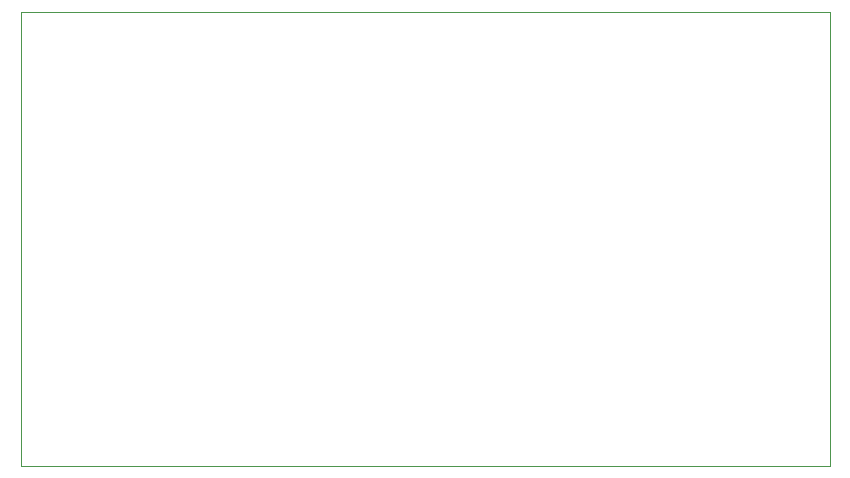
<source format=gm1>
G04 #@! TF.GenerationSoftware,KiCad,Pcbnew,5.1.10*
G04 #@! TF.CreationDate,2021-11-24T23:14:30-05:00*
G04 #@! TF.ProjectId,power_board,706f7765-725f-4626-9f61-72642e6b6963,rev?*
G04 #@! TF.SameCoordinates,Original*
G04 #@! TF.FileFunction,Profile,NP*
%FSLAX46Y46*%
G04 Gerber Fmt 4.6, Leading zero omitted, Abs format (unit mm)*
G04 Created by KiCad (PCBNEW 5.1.10) date 2021-11-24 23:14:30*
%MOMM*%
%LPD*%
G01*
G04 APERTURE LIST*
G04 #@! TA.AperFunction,Profile*
%ADD10C,0.050000*%
G04 #@! TD*
G04 APERTURE END LIST*
D10*
X102750000Y-126500000D02*
X102750000Y-88000000D01*
X171250000Y-126500000D02*
X102750000Y-126500000D01*
X171250000Y-88000000D02*
X171250000Y-126500000D01*
X102750000Y-88000000D02*
X171250000Y-88000000D01*
M02*

</source>
